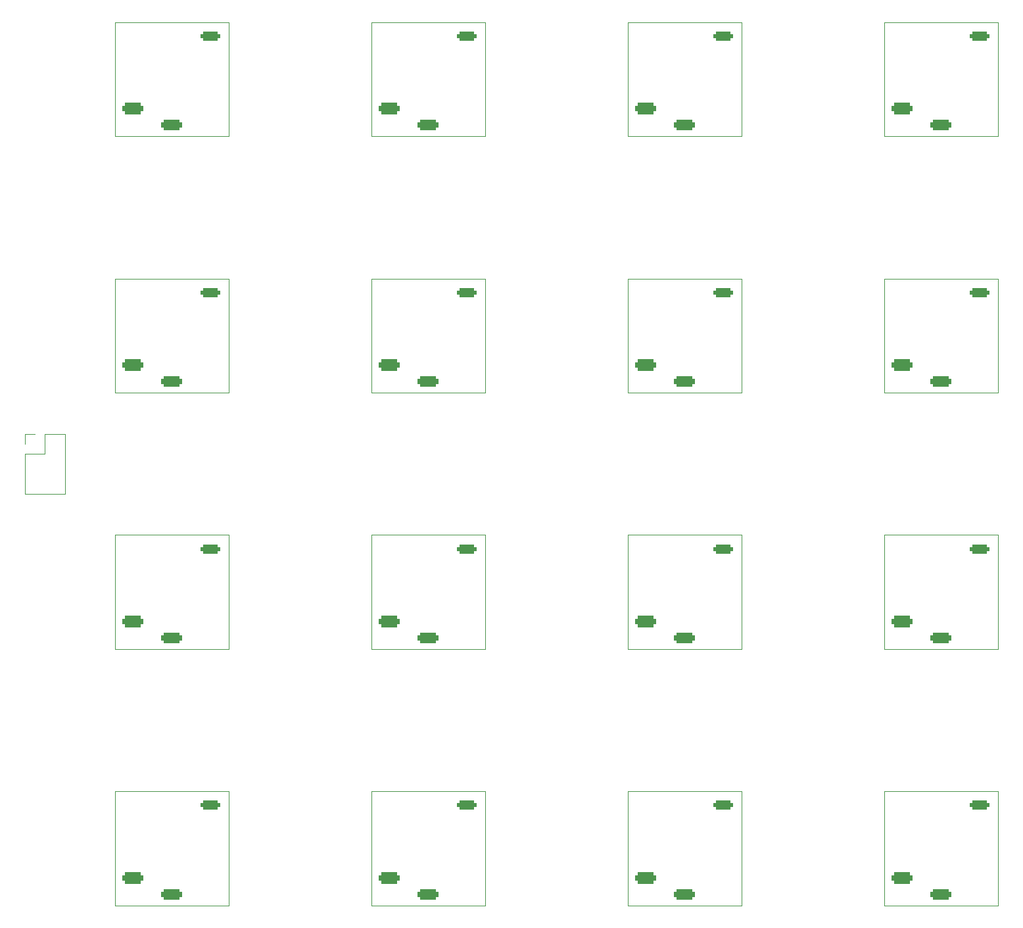
<source format=gto>
%TF.GenerationSoftware,KiCad,Pcbnew,(6.0.1)*%
%TF.CreationDate,2022-02-12T18:16:10+09:00*%
%TF.ProjectId,FlatFighter_rev4,466c6174-4669-4676-9874-65725f726576,0*%
%TF.SameCoordinates,Original*%
%TF.FileFunction,Legend,Top*%
%TF.FilePolarity,Positive*%
%FSLAX46Y46*%
G04 Gerber Fmt 4.6, Leading zero omitted, Abs format (unit mm)*
G04 Created by KiCad (PCBNEW (6.0.1)) date 2022-02-12 18:16:10*
%MOMM*%
%LPD*%
G01*
G04 APERTURE LIST*
G04 Aperture macros list*
%AMRoundRect*
0 Rectangle with rounded corners*
0 $1 Rounding radius*
0 $2 $3 $4 $5 $6 $7 $8 $9 X,Y pos of 4 corners*
0 Add a 4 corners polygon primitive as box body*
4,1,4,$2,$3,$4,$5,$6,$7,$8,$9,$2,$3,0*
0 Add four circle primitives for the rounded corners*
1,1,$1+$1,$2,$3*
1,1,$1+$1,$4,$5*
1,1,$1+$1,$6,$7*
1,1,$1+$1,$8,$9*
0 Add four rect primitives between the rounded corners*
20,1,$1+$1,$2,$3,$4,$5,0*
20,1,$1+$1,$4,$5,$6,$7,0*
20,1,$1+$1,$6,$7,$8,$9,0*
20,1,$1+$1,$8,$9,$2,$3,0*%
G04 Aperture macros list end*
%ADD10C,0.120000*%
%ADD11RoundRect,0.287500X-0.962500X-0.287500X0.962500X-0.287500X0.962500X0.287500X-0.962500X0.287500X0*%
%ADD12C,5.000000*%
%ADD13RoundRect,0.375000X-1.000000X-0.375000X1.000000X-0.375000X1.000000X0.375000X-1.000000X0.375000X0*%
%ADD14RoundRect,0.325000X-1.050000X-0.325000X1.050000X-0.325000X1.050000X0.325000X-1.050000X0.325000X0*%
%ADD15R,1.700000X1.700000*%
%ADD16O,1.700000X1.700000*%
%ADD17C,5.700000*%
%ADD18O,1.350000X1.700000*%
%ADD19O,1.100000X1.500000*%
G04 APERTURE END LIST*
D10*
%TO.C,SW7*%
X174990000Y-96650000D02*
X160290000Y-96650000D01*
X160290000Y-111350000D02*
X174990000Y-111350000D01*
X174990000Y-111350000D02*
X174990000Y-96650000D01*
X160290000Y-96650000D02*
X160290000Y-111350000D01*
%TO.C,SW2*%
X141970000Y-129650000D02*
X127270000Y-129650000D01*
X127270000Y-144350000D02*
X141970000Y-144350000D01*
X141970000Y-144350000D02*
X141970000Y-129650000D01*
X127270000Y-129650000D02*
X127270000Y-144350000D01*
%TO.C,SW8*%
X208010000Y-96650000D02*
X193310000Y-96650000D01*
X193310000Y-111350000D02*
X208010000Y-111350000D01*
X208010000Y-111350000D02*
X208010000Y-96650000D01*
X193310000Y-96650000D02*
X193310000Y-111350000D01*
%TO.C,SW6*%
X141970000Y-96650000D02*
X127270000Y-96650000D01*
X127270000Y-111350000D02*
X141970000Y-111350000D01*
X141970000Y-111350000D02*
X141970000Y-96650000D01*
X127270000Y-96650000D02*
X127270000Y-111350000D01*
%TO.C,SW12*%
X208010000Y-63650000D02*
X193310000Y-63650000D01*
X193310000Y-78350000D02*
X208010000Y-78350000D01*
X208010000Y-78350000D02*
X208010000Y-63650000D01*
X193310000Y-63650000D02*
X193310000Y-78350000D01*
%TO.C,SW11*%
X174990000Y-63650000D02*
X160290000Y-63650000D01*
X160290000Y-78350000D02*
X174990000Y-78350000D01*
X174990000Y-78350000D02*
X174990000Y-63650000D01*
X160290000Y-63650000D02*
X160290000Y-78350000D01*
%TO.C,SW14*%
X141970000Y-30650000D02*
X127270000Y-30650000D01*
X127270000Y-45350000D02*
X141970000Y-45350000D01*
X141970000Y-45350000D02*
X141970000Y-30650000D01*
X127270000Y-30650000D02*
X127270000Y-45350000D01*
%TO.C,SW5*%
X108950000Y-96650000D02*
X94250000Y-96650000D01*
X94250000Y-111350000D02*
X108950000Y-111350000D01*
X108950000Y-111350000D02*
X108950000Y-96650000D01*
X94250000Y-96650000D02*
X94250000Y-111350000D01*
%TO.C,SW10*%
X141970000Y-63650000D02*
X127270000Y-63650000D01*
X127270000Y-78350000D02*
X141970000Y-78350000D01*
X141970000Y-78350000D02*
X141970000Y-63650000D01*
X127270000Y-63650000D02*
X127270000Y-78350000D01*
%TO.C,SW3*%
X174990000Y-129650000D02*
X160290000Y-129650000D01*
X160290000Y-144350000D02*
X174990000Y-144350000D01*
X174990000Y-144350000D02*
X174990000Y-129650000D01*
X160290000Y-129650000D02*
X160290000Y-144350000D01*
%TO.C,SW1*%
X108950000Y-129650000D02*
X94250000Y-129650000D01*
X94250000Y-144350000D02*
X108950000Y-144350000D01*
X108950000Y-144350000D02*
X108950000Y-129650000D01*
X94250000Y-129650000D02*
X94250000Y-144350000D01*
%TO.C,SW9*%
X108950000Y-63650000D02*
X94250000Y-63650000D01*
X94250000Y-78350000D02*
X108950000Y-78350000D01*
X108950000Y-78350000D02*
X108950000Y-63650000D01*
X94250000Y-63650000D02*
X94250000Y-78350000D01*
%TO.C,SW15*%
X174990000Y-30650000D02*
X160290000Y-30650000D01*
X160290000Y-45350000D02*
X174990000Y-45350000D01*
X174990000Y-45350000D02*
X174990000Y-30650000D01*
X160290000Y-30650000D02*
X160290000Y-45350000D01*
%TO.C,SW13*%
X108950000Y-30650000D02*
X94250000Y-30650000D01*
X94250000Y-45350000D02*
X108950000Y-45350000D01*
X108950000Y-45350000D02*
X108950000Y-30650000D01*
X94250000Y-30650000D02*
X94250000Y-45350000D01*
%TO.C,SW4*%
X208010000Y-129650000D02*
X193310000Y-129650000D01*
X193310000Y-144350000D02*
X208010000Y-144350000D01*
X208010000Y-144350000D02*
X208010000Y-129650000D01*
X193310000Y-129650000D02*
X193310000Y-144350000D01*
%TO.C,SW16*%
X208010000Y-30650000D02*
X193310000Y-30650000D01*
X193310000Y-45350000D02*
X208010000Y-45350000D01*
X208010000Y-45350000D02*
X208010000Y-30650000D01*
X193310000Y-30650000D02*
X193310000Y-45350000D01*
%TO.C,P4*%
X82670000Y-83645000D02*
X84000000Y-83645000D01*
X82670000Y-91385000D02*
X87870000Y-91385000D01*
X82670000Y-84975000D02*
X82670000Y-83645000D01*
X85270000Y-83645000D02*
X87870000Y-83645000D01*
X85270000Y-86245000D02*
X85270000Y-83645000D01*
X82670000Y-86245000D02*
X85270000Y-86245000D01*
X87870000Y-83645000D02*
X87870000Y-91385000D01*
X82670000Y-86245000D02*
X82670000Y-91385000D01*
%TD*%
%LPC*%
D11*
%TO.C,SW7*%
X172640000Y-98450000D03*
D12*
X167640000Y-104000000D03*
D13*
X162640000Y-107800000D03*
D14*
X167640000Y-109900000D03*
%TD*%
D11*
%TO.C,SW2*%
X139620000Y-131450000D03*
D12*
X134620000Y-137000000D03*
D13*
X129620000Y-140800000D03*
D14*
X134620000Y-142900000D03*
%TD*%
D11*
%TO.C,SW8*%
X205660000Y-98450000D03*
D12*
X200660000Y-104000000D03*
D13*
X195660000Y-107800000D03*
D14*
X200660000Y-109900000D03*
%TD*%
D11*
%TO.C,SW6*%
X139620000Y-98450000D03*
D12*
X134620000Y-104000000D03*
D13*
X129620000Y-107800000D03*
D14*
X134620000Y-109900000D03*
%TD*%
D11*
%TO.C,SW12*%
X205660000Y-65450000D03*
D12*
X200660000Y-71000000D03*
D13*
X195660000Y-74800000D03*
D14*
X200660000Y-76900000D03*
%TD*%
D11*
%TO.C,SW11*%
X172640000Y-65450000D03*
D12*
X167640000Y-71000000D03*
D13*
X162640000Y-74800000D03*
D14*
X167640000Y-76900000D03*
%TD*%
D11*
%TO.C,SW14*%
X139620000Y-32450000D03*
D12*
X134620000Y-38000000D03*
D13*
X129620000Y-41800000D03*
D14*
X134620000Y-43900000D03*
%TD*%
D11*
%TO.C,SW5*%
X106600000Y-98450000D03*
D12*
X101600000Y-104000000D03*
D13*
X96600000Y-107800000D03*
D14*
X101600000Y-109900000D03*
%TD*%
D11*
%TO.C,SW10*%
X139620000Y-65450000D03*
D12*
X134620000Y-71000000D03*
D13*
X129620000Y-74800000D03*
D14*
X134620000Y-76900000D03*
%TD*%
D11*
%TO.C,SW3*%
X172640000Y-131450000D03*
D12*
X167640000Y-137000000D03*
D13*
X162640000Y-140800000D03*
D14*
X167640000Y-142900000D03*
%TD*%
D11*
%TO.C,SW1*%
X106600000Y-131450000D03*
D12*
X101600000Y-137000000D03*
D13*
X96600000Y-140800000D03*
D14*
X101600000Y-142900000D03*
%TD*%
D11*
%TO.C,SW9*%
X106600000Y-65450000D03*
D12*
X101600000Y-71000000D03*
D13*
X96600000Y-74800000D03*
D14*
X101600000Y-76900000D03*
%TD*%
D11*
%TO.C,SW15*%
X172640000Y-32450000D03*
D12*
X167640000Y-38000000D03*
D13*
X162640000Y-41800000D03*
D14*
X167640000Y-43900000D03*
%TD*%
D11*
%TO.C,SW13*%
X106600000Y-32450000D03*
D12*
X101600000Y-38000000D03*
D13*
X96600000Y-41800000D03*
D14*
X101600000Y-43900000D03*
%TD*%
D11*
%TO.C,SW4*%
X205660000Y-131450000D03*
D12*
X200660000Y-137000000D03*
D13*
X195660000Y-140800000D03*
D14*
X200660000Y-142900000D03*
%TD*%
D11*
%TO.C,SW16*%
X205660000Y-32450000D03*
D12*
X200660000Y-38000000D03*
D13*
X195660000Y-41800000D03*
D14*
X200660000Y-43900000D03*
%TD*%
D15*
%TO.C,P4*%
X84000000Y-84975000D03*
D16*
X86540000Y-84975000D03*
X84000000Y-87515000D03*
X86540000Y-87515000D03*
X84000000Y-90055000D03*
X86540000Y-90055000D03*
%TD*%
D17*
%TO.C,REF1*%
X86360000Y-22860000D03*
%TD*%
%TO.C,REF2*%
X215900000Y-22860000D03*
%TD*%
%TO.C,REF4*%
X215900000Y-152400000D03*
%TD*%
%TO.C,REF3*%
X86360000Y-152400000D03*
%TD*%
D18*
%TO.C,P2*%
X153805000Y-17285000D03*
D19*
X148655000Y-20285000D03*
D18*
X148345000Y-17285000D03*
D19*
X153495000Y-20285000D03*
%TD*%
M02*

</source>
